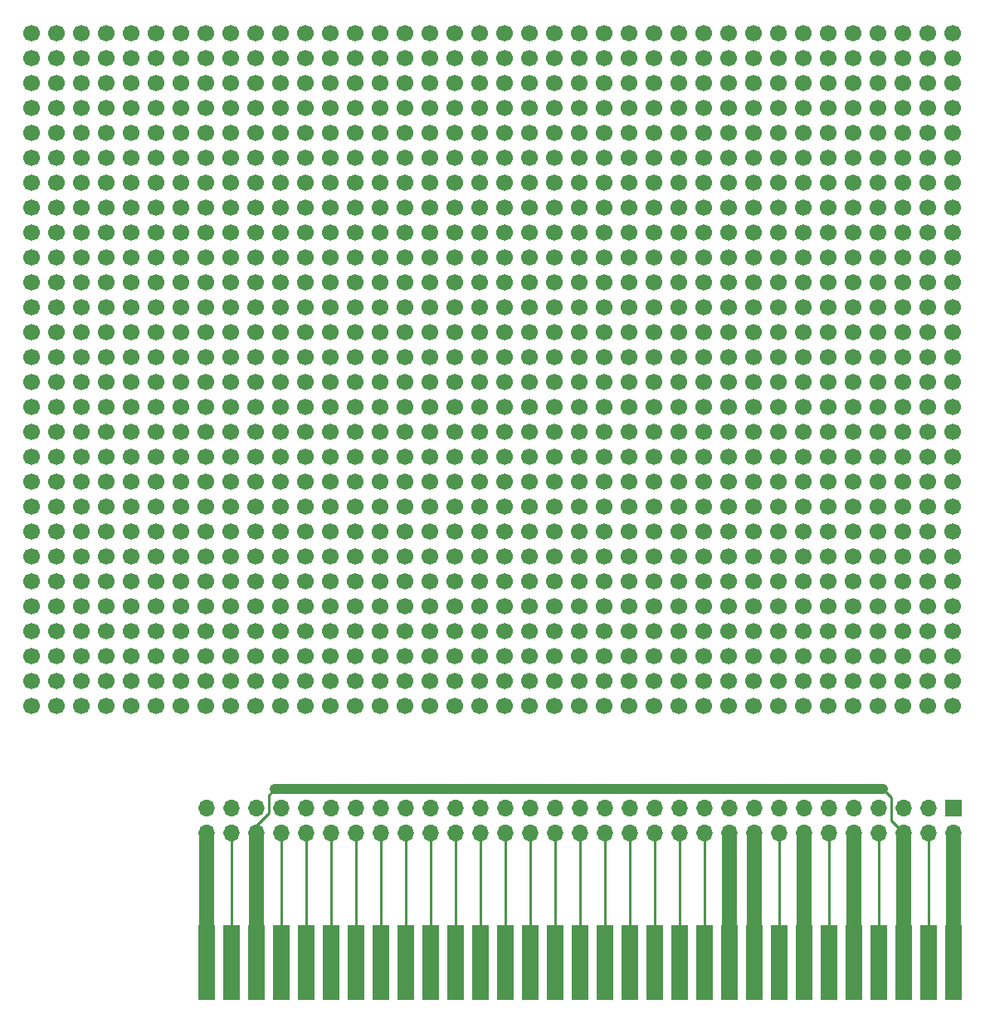
<source format=gbr>
G04 #@! TF.GenerationSoftware,KiCad,Pcbnew,8.0.4*
G04 #@! TF.CreationDate,2025-02-18T09:49:29-03:00*
G04 #@! TF.ProjectId,XT Prototype Board,58542050-726f-4746-9f74-79706520426f,rev?*
G04 #@! TF.SameCoordinates,Original*
G04 #@! TF.FileFunction,Copper,L2,Bot*
G04 #@! TF.FilePolarity,Positive*
%FSLAX46Y46*%
G04 Gerber Fmt 4.6, Leading zero omitted, Abs format (unit mm)*
G04 Created by KiCad (PCBNEW 8.0.4) date 2025-02-18 09:49:29*
%MOMM*%
%LPD*%
G01*
G04 APERTURE LIST*
G04 #@! TA.AperFunction,ConnectorPad*
%ADD10R,1.778000X7.620000*%
G04 #@! TD*
G04 #@! TA.AperFunction,ComponentPad*
%ADD11C,1.700000*%
G04 #@! TD*
G04 #@! TA.AperFunction,ComponentPad*
%ADD12R,1.700000X1.700000*%
G04 #@! TD*
G04 #@! TA.AperFunction,ComponentPad*
%ADD13O,1.700000X1.700000*%
G04 #@! TD*
G04 #@! TA.AperFunction,Conductor*
%ADD14C,1.500000*%
G04 #@! TD*
G04 #@! TA.AperFunction,Conductor*
%ADD15C,0.254000*%
G04 #@! TD*
G04 #@! TA.AperFunction,Conductor*
%ADD16C,1.000000*%
G04 #@! TD*
G04 APERTURE END LIST*
D10*
X153035000Y-135255000D03*
X150495000Y-135255000D03*
X147955000Y-135255000D03*
X145415000Y-135255000D03*
X142875000Y-135255000D03*
X140335000Y-135255000D03*
X137795000Y-135255000D03*
X135255000Y-135255000D03*
X132715000Y-135255000D03*
X130175000Y-135255000D03*
X127635000Y-135255000D03*
X125095000Y-135255000D03*
X122555000Y-135255000D03*
X120015000Y-135255000D03*
X117475000Y-135255000D03*
X114935000Y-135255000D03*
X112395000Y-135255000D03*
X109855000Y-135255000D03*
X107315000Y-135255000D03*
X104775000Y-135255000D03*
X102235000Y-135255000D03*
X99695000Y-135255000D03*
X97155000Y-135255000D03*
X94615000Y-135255000D03*
X92075000Y-135255000D03*
X89535000Y-135255000D03*
X86995000Y-135255000D03*
X84455000Y-135255000D03*
X81915000Y-135255000D03*
X79375000Y-135255000D03*
X76835000Y-135255000D03*
D11*
X59029600Y-40513000D03*
X59029600Y-45593000D03*
X59029600Y-50673000D03*
X59029600Y-55753000D03*
X59029600Y-60833000D03*
X59029600Y-65913000D03*
X59029600Y-70993000D03*
X59029600Y-76073000D03*
X59029600Y-81153000D03*
X59029600Y-86233000D03*
X59029600Y-91313000D03*
X59029600Y-96393000D03*
X59029600Y-101473000D03*
X59029600Y-106553000D03*
X59039974Y-43053000D03*
X59039974Y-48133000D03*
X59039974Y-53213000D03*
X59039974Y-58293000D03*
X59039974Y-63373000D03*
X59039974Y-68453000D03*
X59039974Y-73533000D03*
X59039974Y-78613000D03*
X59039974Y-83693000D03*
X59039974Y-88773000D03*
X59039974Y-93853000D03*
X59039974Y-98933000D03*
X59039974Y-104013000D03*
X59039974Y-109093000D03*
X61569600Y-40513000D03*
X61569600Y-45593000D03*
X61569600Y-50673000D03*
X61569600Y-55753000D03*
X61569600Y-60833000D03*
X61569600Y-65913000D03*
X61569600Y-70993000D03*
X61569600Y-76073000D03*
X61569600Y-81153000D03*
X61569600Y-86233000D03*
X61569600Y-91313000D03*
X61569600Y-96393000D03*
X61569600Y-101473000D03*
X61569600Y-106553000D03*
X61579974Y-43053000D03*
X61579974Y-48133000D03*
X61579974Y-53213000D03*
X61579974Y-58293000D03*
X61579974Y-63373000D03*
X61579974Y-68453000D03*
X61579974Y-73533000D03*
X61579974Y-78613000D03*
X61579974Y-83693000D03*
X61579974Y-88773000D03*
X61579974Y-93853000D03*
X61579974Y-98933000D03*
X61579974Y-104013000D03*
X61579974Y-109093000D03*
X64109600Y-40513000D03*
X64109600Y-45593000D03*
X64109600Y-50673000D03*
X64109600Y-55753000D03*
X64109600Y-60833000D03*
X64109600Y-65913000D03*
X64109600Y-70993000D03*
X64109600Y-76073000D03*
X64109600Y-81153000D03*
X64109600Y-86233000D03*
X64109600Y-91313000D03*
X64109600Y-96393000D03*
X64109600Y-101473000D03*
X64109600Y-106553000D03*
X64119974Y-43053000D03*
X64119974Y-48133000D03*
X64119974Y-53213000D03*
X64119974Y-58293000D03*
X64119974Y-63373000D03*
X64119974Y-68453000D03*
X64119974Y-73533000D03*
X64119974Y-78613000D03*
X64119974Y-83693000D03*
X64119974Y-88773000D03*
X64119974Y-93853000D03*
X64119974Y-98933000D03*
X64119974Y-104013000D03*
X64119974Y-109093000D03*
X66649600Y-40513000D03*
X66649600Y-45593000D03*
X66649600Y-50673000D03*
X66649600Y-55753000D03*
X66649600Y-60833000D03*
X66649600Y-65913000D03*
X66649600Y-70993000D03*
X66649600Y-76073000D03*
X66649600Y-81153000D03*
X66649600Y-86233000D03*
X66649600Y-91313000D03*
X66649600Y-96393000D03*
X66649600Y-101473000D03*
X66649600Y-106553000D03*
X66659974Y-43053000D03*
X66659974Y-48133000D03*
X66659974Y-53213000D03*
X66659974Y-58293000D03*
X66659974Y-63373000D03*
X66659974Y-68453000D03*
X66659974Y-73533000D03*
X66659974Y-78613000D03*
X66659974Y-83693000D03*
X66659974Y-88773000D03*
X66659974Y-93853000D03*
X66659974Y-98933000D03*
X66659974Y-104013000D03*
X66659974Y-109093000D03*
X69189600Y-40513000D03*
X69189600Y-45593000D03*
X69189600Y-50673000D03*
X69189600Y-55753000D03*
X69189600Y-60833000D03*
X69189600Y-65913000D03*
X69189600Y-70993000D03*
X69189600Y-76073000D03*
X69189600Y-81153000D03*
X69189600Y-86233000D03*
X69189600Y-91313000D03*
X69189600Y-96393000D03*
X69189600Y-101473000D03*
X69189600Y-106553000D03*
X69199974Y-43053000D03*
X69199974Y-48133000D03*
X69199974Y-53213000D03*
X69199974Y-58293000D03*
X69199974Y-63373000D03*
X69199974Y-68453000D03*
X69199974Y-73533000D03*
X69199974Y-78613000D03*
X69199974Y-83693000D03*
X69199974Y-88773000D03*
X69199974Y-93853000D03*
X69199974Y-98933000D03*
X69199974Y-104013000D03*
X69199974Y-109093000D03*
X71729600Y-40513000D03*
X71729600Y-45593000D03*
X71729600Y-50673000D03*
X71729600Y-55753000D03*
X71729600Y-60833000D03*
X71729600Y-65913000D03*
X71729600Y-70993000D03*
X71729600Y-76073000D03*
X71729600Y-81153000D03*
X71729600Y-86233000D03*
X71729600Y-91313000D03*
X71729600Y-96393000D03*
X71729600Y-101473000D03*
X71729600Y-106553000D03*
X71739974Y-43053000D03*
X71739974Y-48133000D03*
X71739974Y-53213000D03*
X71739974Y-58293000D03*
X71739974Y-63373000D03*
X71739974Y-68453000D03*
X71739974Y-73533000D03*
X71739974Y-78613000D03*
X71739974Y-83693000D03*
X71739974Y-88773000D03*
X71739974Y-93853000D03*
X71739974Y-98933000D03*
X71739974Y-104013000D03*
X71739974Y-109093000D03*
X74269600Y-40513000D03*
X74269600Y-45593000D03*
X74269600Y-50673000D03*
X74269600Y-55753000D03*
X74269600Y-60833000D03*
X74269600Y-65913000D03*
X74269600Y-70993000D03*
X74269600Y-76073000D03*
X74269600Y-81153000D03*
X74269600Y-86233000D03*
X74269600Y-91313000D03*
X74269600Y-96393000D03*
X74269600Y-101473000D03*
X74269600Y-106553000D03*
X74279974Y-43053000D03*
X74279974Y-48133000D03*
X74279974Y-53213000D03*
X74279974Y-58293000D03*
X74279974Y-63373000D03*
X74279974Y-68453000D03*
X74279974Y-73533000D03*
X74279974Y-78613000D03*
X74279974Y-83693000D03*
X74279974Y-88773000D03*
X74279974Y-93853000D03*
X74279974Y-98933000D03*
X74279974Y-104013000D03*
X74279974Y-109093000D03*
X76809600Y-40513000D03*
X76809600Y-45593000D03*
X76809600Y-50673000D03*
X76809600Y-55753000D03*
X76809600Y-60833000D03*
X76809600Y-65913000D03*
X76809600Y-70993000D03*
X76809600Y-76073000D03*
X76809600Y-81153000D03*
X76809600Y-86233000D03*
X76809600Y-91313000D03*
X76809600Y-96393000D03*
X76809600Y-101473000D03*
X76809600Y-106553000D03*
X76819974Y-43053000D03*
X76819974Y-48133000D03*
X76819974Y-53213000D03*
X76819974Y-58293000D03*
X76819974Y-63373000D03*
X76819974Y-68453000D03*
X76819974Y-73533000D03*
X76819974Y-78613000D03*
X76819974Y-83693000D03*
X76819974Y-88773000D03*
X76819974Y-93853000D03*
X76819974Y-98933000D03*
X76819974Y-104013000D03*
X76819974Y-109093000D03*
X79349600Y-40513000D03*
X79349600Y-45593000D03*
X79349600Y-50673000D03*
X79349600Y-55753000D03*
X79349600Y-60833000D03*
X79349600Y-65913000D03*
X79349600Y-70993000D03*
X79349600Y-76073000D03*
X79349600Y-81153000D03*
X79349600Y-86233000D03*
X79349600Y-91313000D03*
X79349600Y-96393000D03*
X79349600Y-101473000D03*
X79349600Y-106553000D03*
X79359974Y-43053000D03*
X79359974Y-48133000D03*
X79359974Y-53213000D03*
X79359974Y-58293000D03*
X79359974Y-63373000D03*
X79359974Y-68453000D03*
X79359974Y-73533000D03*
X79359974Y-78613000D03*
X79359974Y-83693000D03*
X79359974Y-88773000D03*
X79359974Y-93853000D03*
X79359974Y-98933000D03*
X79359974Y-104013000D03*
X79359974Y-109093000D03*
X81889600Y-40513000D03*
X81889600Y-45593000D03*
X81889600Y-50673000D03*
X81889600Y-55753000D03*
X81889600Y-60833000D03*
X81889600Y-65913000D03*
X81889600Y-70993000D03*
X81889600Y-76073000D03*
X81889600Y-81153000D03*
X81889600Y-86233000D03*
X81889600Y-91313000D03*
X81889600Y-96393000D03*
X81889600Y-101473000D03*
X81889600Y-106553000D03*
X81899974Y-43053000D03*
X81899974Y-48133000D03*
X81899974Y-53213000D03*
X81899974Y-58293000D03*
X81899974Y-63373000D03*
X81899974Y-68453000D03*
X81899974Y-73533000D03*
X81899974Y-78613000D03*
X81899974Y-83693000D03*
X81899974Y-88773000D03*
X81899974Y-93853000D03*
X81899974Y-98933000D03*
X81899974Y-104013000D03*
X81899974Y-109093000D03*
X84429600Y-40513000D03*
X84429600Y-45593000D03*
X84429600Y-50673000D03*
X84429600Y-55753000D03*
X84429600Y-60833000D03*
X84429600Y-65913000D03*
X84429600Y-70993000D03*
X84429600Y-76073000D03*
X84429600Y-81153000D03*
X84429600Y-86233000D03*
X84429600Y-91313000D03*
X84429600Y-96393000D03*
X84429600Y-101473000D03*
X84429600Y-106553000D03*
X84439974Y-43053000D03*
X84439974Y-48133000D03*
X84439974Y-53213000D03*
X84439974Y-58293000D03*
X84439974Y-63373000D03*
X84439974Y-68453000D03*
X84439974Y-73533000D03*
X84439974Y-78613000D03*
X84439974Y-83693000D03*
X84439974Y-88773000D03*
X84439974Y-93853000D03*
X84439974Y-98933000D03*
X84439974Y-104013000D03*
X84439974Y-109093000D03*
X86969600Y-40513000D03*
X86969600Y-45593000D03*
X86969600Y-50673000D03*
X86969600Y-55753000D03*
X86969600Y-60833000D03*
X86969600Y-65913000D03*
X86969600Y-70993000D03*
X86969600Y-76073000D03*
X86969600Y-81153000D03*
X86969600Y-86233000D03*
X86969600Y-91313000D03*
X86969600Y-96393000D03*
X86969600Y-101473000D03*
X86969600Y-106553000D03*
X86979974Y-43053000D03*
X86979974Y-48133000D03*
X86979974Y-53213000D03*
X86979974Y-58293000D03*
X86979974Y-63373000D03*
X86979974Y-68453000D03*
X86979974Y-73533000D03*
X86979974Y-78613000D03*
X86979974Y-83693000D03*
X86979974Y-88773000D03*
X86979974Y-93853000D03*
X86979974Y-98933000D03*
X86979974Y-104013000D03*
X86979974Y-109093000D03*
X89509600Y-40513000D03*
X89509600Y-45593000D03*
X89509600Y-50673000D03*
X89509600Y-55753000D03*
X89509600Y-60833000D03*
X89509600Y-65913000D03*
X89509600Y-70993000D03*
X89509600Y-76073000D03*
X89509600Y-81153000D03*
X89509600Y-86233000D03*
X89509600Y-91313000D03*
X89509600Y-96393000D03*
X89509600Y-101473000D03*
X89509600Y-106553000D03*
X89519974Y-43053000D03*
X89519974Y-48133000D03*
X89519974Y-53213000D03*
X89519974Y-58293000D03*
X89519974Y-63373000D03*
X89519974Y-68453000D03*
X89519974Y-73533000D03*
X89519974Y-78613000D03*
X89519974Y-83693000D03*
X89519974Y-88773000D03*
X89519974Y-93853000D03*
X89519974Y-98933000D03*
X89519974Y-104013000D03*
X89519974Y-109093000D03*
X92049600Y-40513000D03*
X92049600Y-45593000D03*
X92049600Y-50673000D03*
X92049600Y-55753000D03*
X92049600Y-60833000D03*
X92049600Y-65913000D03*
X92049600Y-70993000D03*
X92049600Y-76073000D03*
X92049600Y-81153000D03*
X92049600Y-86233000D03*
X92049600Y-91313000D03*
X92049600Y-96393000D03*
X92049600Y-101473000D03*
X92049600Y-106553000D03*
X92059974Y-43053000D03*
X92059974Y-48133000D03*
X92059974Y-53213000D03*
X92059974Y-58293000D03*
X92059974Y-63373000D03*
X92059974Y-68453000D03*
X92059974Y-73533000D03*
X92059974Y-78613000D03*
X92059974Y-83693000D03*
X92059974Y-88773000D03*
X92059974Y-93853000D03*
X92059974Y-98933000D03*
X92059974Y-104013000D03*
X92059974Y-109093000D03*
X94589600Y-40513000D03*
X94589600Y-45593000D03*
X94589600Y-50673000D03*
X94589600Y-55753000D03*
X94589600Y-60833000D03*
X94589600Y-65913000D03*
X94589600Y-70993000D03*
X94589600Y-76073000D03*
X94589600Y-81153000D03*
X94589600Y-86233000D03*
X94589600Y-91313000D03*
X94589600Y-96393000D03*
X94589600Y-101473000D03*
X94589600Y-106553000D03*
X94599974Y-43053000D03*
X94599974Y-48133000D03*
X94599974Y-53213000D03*
X94599974Y-58293000D03*
X94599974Y-63373000D03*
X94599974Y-68453000D03*
X94599974Y-73533000D03*
X94599974Y-78613000D03*
X94599974Y-83693000D03*
X94599974Y-88773000D03*
X94599974Y-93853000D03*
X94599974Y-98933000D03*
X94599974Y-104013000D03*
X94599974Y-109093000D03*
X97129600Y-40513000D03*
X97129600Y-45593000D03*
X97129600Y-50673000D03*
X97129600Y-55753000D03*
X97129600Y-60833000D03*
X97129600Y-65913000D03*
X97129600Y-70993000D03*
X97129600Y-76073000D03*
X97129600Y-81153000D03*
X97129600Y-86233000D03*
X97129600Y-91313000D03*
X97129600Y-96393000D03*
X97129600Y-101473000D03*
X97129600Y-106553000D03*
X97139974Y-43053000D03*
X97139974Y-48133000D03*
X97139974Y-53213000D03*
X97139974Y-58293000D03*
X97139974Y-63373000D03*
X97139974Y-68453000D03*
X97139974Y-73533000D03*
X97139974Y-78613000D03*
X97139974Y-83693000D03*
X97139974Y-88773000D03*
X97139974Y-93853000D03*
X97139974Y-98933000D03*
X97139974Y-104013000D03*
X97139974Y-109093000D03*
X99669600Y-40513000D03*
X99669600Y-45593000D03*
X99669600Y-50673000D03*
X99669600Y-55753000D03*
X99669600Y-60833000D03*
X99669600Y-65913000D03*
X99669600Y-70993000D03*
X99669600Y-76073000D03*
X99669600Y-81153000D03*
X99669600Y-86233000D03*
X99669600Y-91313000D03*
X99669600Y-96393000D03*
X99669600Y-101473000D03*
X99669600Y-106553000D03*
X99679974Y-43053000D03*
X99679974Y-48133000D03*
X99679974Y-53213000D03*
X99679974Y-58293000D03*
X99679974Y-63373000D03*
X99679974Y-68453000D03*
X99679974Y-73533000D03*
X99679974Y-78613000D03*
X99679974Y-83693000D03*
X99679974Y-88773000D03*
X99679974Y-93853000D03*
X99679974Y-98933000D03*
X99679974Y-104013000D03*
X99679974Y-109093000D03*
X102209600Y-40513000D03*
X102209600Y-45593000D03*
X102209600Y-50673000D03*
X102209600Y-55753000D03*
X102209600Y-60833000D03*
X102209600Y-65913000D03*
X102209600Y-70993000D03*
X102209600Y-76073000D03*
X102209600Y-81153000D03*
X102209600Y-86233000D03*
X102209600Y-91313000D03*
X102209600Y-96393000D03*
X102209600Y-101473000D03*
X102209600Y-106553000D03*
X102219974Y-43053000D03*
X102219974Y-48133000D03*
X102219974Y-53213000D03*
X102219974Y-58293000D03*
X102219974Y-63373000D03*
X102219974Y-68453000D03*
X102219974Y-73533000D03*
X102219974Y-78613000D03*
X102219974Y-83693000D03*
X102219974Y-88773000D03*
X102219974Y-93853000D03*
X102219974Y-98933000D03*
X102219974Y-104013000D03*
X102219974Y-109093000D03*
X104749600Y-40513000D03*
X104749600Y-45593000D03*
X104749600Y-50673000D03*
X104749600Y-55753000D03*
X104749600Y-60833000D03*
X104749600Y-65913000D03*
X104749600Y-70993000D03*
X104749600Y-76073000D03*
X104749600Y-81153000D03*
X104749600Y-86233000D03*
X104749600Y-91313000D03*
X104749600Y-96393000D03*
X104749600Y-101473000D03*
X104749600Y-106553000D03*
X104759974Y-43053000D03*
X104759974Y-48133000D03*
X104759974Y-53213000D03*
X104759974Y-58293000D03*
X104759974Y-63373000D03*
X104759974Y-68453000D03*
X104759974Y-73533000D03*
X104759974Y-78613000D03*
X104759974Y-83693000D03*
X104759974Y-88773000D03*
X104759974Y-93853000D03*
X104759974Y-98933000D03*
X104759974Y-104013000D03*
X104759974Y-109093000D03*
X107289600Y-40513000D03*
X107289600Y-45593000D03*
X107289600Y-50673000D03*
X107289600Y-55753000D03*
X107289600Y-60833000D03*
X107289600Y-65913000D03*
X107289600Y-70993000D03*
X107289600Y-76073000D03*
X107289600Y-81153000D03*
X107289600Y-86233000D03*
X107289600Y-91313000D03*
X107289600Y-96393000D03*
X107289600Y-101473000D03*
X107289600Y-106553000D03*
X107299974Y-43053000D03*
X107299974Y-48133000D03*
X107299974Y-53213000D03*
X107299974Y-58293000D03*
X107299974Y-63373000D03*
X107299974Y-68453000D03*
X107299974Y-73533000D03*
X107299974Y-78613000D03*
X107299974Y-83693000D03*
X107299974Y-88773000D03*
X107299974Y-93853000D03*
X107299974Y-98933000D03*
X107299974Y-104013000D03*
X107299974Y-109093000D03*
X109829600Y-40513000D03*
X109829600Y-45593000D03*
X109829600Y-50673000D03*
X109829600Y-55753000D03*
X109829600Y-60833000D03*
X109829600Y-65913000D03*
X109829600Y-70993000D03*
X109829600Y-76073000D03*
X109829600Y-81153000D03*
X109829600Y-86233000D03*
X109829600Y-91313000D03*
X109829600Y-96393000D03*
X109829600Y-101473000D03*
X109829600Y-106553000D03*
X109839974Y-43053000D03*
X109839974Y-48133000D03*
X109839974Y-53213000D03*
X109839974Y-58293000D03*
X109839974Y-63373000D03*
X109839974Y-68453000D03*
X109839974Y-73533000D03*
X109839974Y-78613000D03*
X109839974Y-83693000D03*
X109839974Y-88773000D03*
X109839974Y-93853000D03*
X109839974Y-98933000D03*
X109839974Y-104013000D03*
X109839974Y-109093000D03*
X112369600Y-40513000D03*
X112369600Y-45593000D03*
X112369600Y-50673000D03*
X112369600Y-55753000D03*
X112369600Y-60833000D03*
X112369600Y-65913000D03*
X112369600Y-70993000D03*
X112369600Y-76073000D03*
X112369600Y-81153000D03*
X112369600Y-86233000D03*
X112369600Y-91313000D03*
X112369600Y-96393000D03*
X112369600Y-101473000D03*
X112369600Y-106553000D03*
X112379974Y-43053000D03*
X112379974Y-48133000D03*
X112379974Y-53213000D03*
X112379974Y-58293000D03*
X112379974Y-63373000D03*
X112379974Y-68453000D03*
X112379974Y-73533000D03*
X112379974Y-78613000D03*
X112379974Y-83693000D03*
X112379974Y-88773000D03*
X112379974Y-93853000D03*
X112379974Y-98933000D03*
X112379974Y-104013000D03*
X112379974Y-109093000D03*
X114909600Y-40513000D03*
X114909600Y-45593000D03*
X114909600Y-50673000D03*
X114909600Y-55753000D03*
X114909600Y-60833000D03*
X114909600Y-65913000D03*
X114909600Y-70993000D03*
X114909600Y-76073000D03*
X114909600Y-81153000D03*
X114909600Y-86233000D03*
X114909600Y-91313000D03*
X114909600Y-96393000D03*
X114909600Y-101473000D03*
X114909600Y-106553000D03*
X114919974Y-43053000D03*
X114919974Y-48133000D03*
X114919974Y-53213000D03*
X114919974Y-58293000D03*
X114919974Y-63373000D03*
X114919974Y-68453000D03*
X114919974Y-73533000D03*
X114919974Y-78613000D03*
X114919974Y-83693000D03*
X114919974Y-88773000D03*
X114919974Y-93853000D03*
X114919974Y-98933000D03*
X114919974Y-104013000D03*
X114919974Y-109093000D03*
X117449600Y-40513000D03*
X117449600Y-45593000D03*
X117449600Y-50673000D03*
X117449600Y-55753000D03*
X117449600Y-60833000D03*
X117449600Y-65913000D03*
X117449600Y-70993000D03*
X117449600Y-76073000D03*
X117449600Y-81153000D03*
X117449600Y-86233000D03*
X117449600Y-91313000D03*
X117449600Y-96393000D03*
X117449600Y-101473000D03*
X117449600Y-106553000D03*
X117459974Y-43053000D03*
X117459974Y-48133000D03*
X117459974Y-53213000D03*
X117459974Y-58293000D03*
X117459974Y-63373000D03*
X117459974Y-68453000D03*
X117459974Y-73533000D03*
X117459974Y-78613000D03*
X117459974Y-83693000D03*
X117459974Y-88773000D03*
X117459974Y-93853000D03*
X117459974Y-98933000D03*
X117459974Y-104013000D03*
X117459974Y-109093000D03*
X119989600Y-40513000D03*
X119989600Y-45593000D03*
X119989600Y-50673000D03*
X119989600Y-55753000D03*
X119989600Y-60833000D03*
X119989600Y-65913000D03*
X119989600Y-70993000D03*
X119989600Y-76073000D03*
X119989600Y-81153000D03*
X119989600Y-86233000D03*
X119989600Y-91313000D03*
X119989600Y-96393000D03*
X119989600Y-101473000D03*
X119989600Y-106553000D03*
X119999974Y-43053000D03*
X119999974Y-48133000D03*
X119999974Y-53213000D03*
X119999974Y-58293000D03*
X119999974Y-63373000D03*
X119999974Y-68453000D03*
X119999974Y-73533000D03*
X119999974Y-78613000D03*
X119999974Y-83693000D03*
X119999974Y-88773000D03*
X119999974Y-93853000D03*
X119999974Y-98933000D03*
X119999974Y-104013000D03*
X119999974Y-109093000D03*
X122529600Y-40513000D03*
X122529600Y-45593000D03*
X122529600Y-50673000D03*
X122529600Y-55753000D03*
X122529600Y-60833000D03*
X122529600Y-65913000D03*
X122529600Y-70993000D03*
X122529600Y-76073000D03*
X122529600Y-81153000D03*
X122529600Y-86233000D03*
X122529600Y-91313000D03*
X122529600Y-96393000D03*
X122529600Y-101473000D03*
X122529600Y-106553000D03*
X122539974Y-43053000D03*
X122539974Y-48133000D03*
X122539974Y-53213000D03*
X122539974Y-58293000D03*
X122539974Y-63373000D03*
X122539974Y-68453000D03*
X122539974Y-73533000D03*
X122539974Y-78613000D03*
X122539974Y-83693000D03*
X122539974Y-88773000D03*
X122539974Y-93853000D03*
X122539974Y-98933000D03*
X122539974Y-104013000D03*
X122539974Y-109093000D03*
X125069600Y-40513000D03*
X125069600Y-45593000D03*
X125069600Y-50673000D03*
X125069600Y-55753000D03*
X125069600Y-60833000D03*
X125069600Y-65913000D03*
X125069600Y-70993000D03*
X125069600Y-76073000D03*
X125069600Y-81153000D03*
X125069600Y-86233000D03*
X125069600Y-91313000D03*
X125069600Y-96393000D03*
X125069600Y-101473000D03*
X125069600Y-106553000D03*
X125079974Y-43053000D03*
X125079974Y-48133000D03*
X125079974Y-53213000D03*
X125079974Y-58293000D03*
X125079974Y-63373000D03*
X125079974Y-68453000D03*
X125079974Y-73533000D03*
X125079974Y-78613000D03*
X125079974Y-83693000D03*
X125079974Y-88773000D03*
X125079974Y-93853000D03*
X125079974Y-98933000D03*
X125079974Y-104013000D03*
X125079974Y-109093000D03*
X127609600Y-40513000D03*
X127609600Y-45593000D03*
X127609600Y-50673000D03*
X127609600Y-55753000D03*
X127609600Y-60833000D03*
X127609600Y-65913000D03*
X127609600Y-70993000D03*
X127609600Y-76073000D03*
X127609600Y-81153000D03*
X127609600Y-86233000D03*
X127609600Y-91313000D03*
X127609600Y-96393000D03*
X127609600Y-101473000D03*
X127609600Y-106553000D03*
X127619974Y-43053000D03*
X127619974Y-48133000D03*
X127619974Y-53213000D03*
X127619974Y-58293000D03*
X127619974Y-63373000D03*
X127619974Y-68453000D03*
X127619974Y-73533000D03*
X127619974Y-78613000D03*
X127619974Y-83693000D03*
X127619974Y-88773000D03*
X127619974Y-93853000D03*
X127619974Y-98933000D03*
X127619974Y-104013000D03*
X127619974Y-109093000D03*
X130149600Y-40513000D03*
X130149600Y-45593000D03*
X130149600Y-50673000D03*
X130149600Y-55753000D03*
X130149600Y-60833000D03*
X130149600Y-65913000D03*
X130149600Y-70993000D03*
X130149600Y-76073000D03*
X130149600Y-81153000D03*
X130149600Y-86233000D03*
X130149600Y-91313000D03*
X130149600Y-96393000D03*
X130149600Y-101473000D03*
X130149600Y-106553000D03*
X130159974Y-43053000D03*
X130159974Y-48133000D03*
X130159974Y-53213000D03*
X130159974Y-58293000D03*
X130159974Y-63373000D03*
X130159974Y-68453000D03*
X130159974Y-73533000D03*
X130159974Y-78613000D03*
X130159974Y-83693000D03*
X130159974Y-88773000D03*
X130159974Y-93853000D03*
X130159974Y-98933000D03*
X130159974Y-104013000D03*
X130159974Y-109093000D03*
X132689600Y-40513000D03*
X132689600Y-45593000D03*
X132689600Y-50673000D03*
X132689600Y-55753000D03*
X132689600Y-60833000D03*
X132689600Y-65913000D03*
X132689600Y-70993000D03*
X132689600Y-76073000D03*
X132689600Y-81153000D03*
X132689600Y-86233000D03*
X132689600Y-91313000D03*
X132689600Y-96393000D03*
X132689600Y-101473000D03*
X132689600Y-106553000D03*
X132699974Y-43053000D03*
X132699974Y-48133000D03*
X132699974Y-53213000D03*
X132699974Y-58293000D03*
X132699974Y-63373000D03*
X132699974Y-68453000D03*
X132699974Y-73533000D03*
X132699974Y-78613000D03*
X132699974Y-83693000D03*
X132699974Y-88773000D03*
X132699974Y-93853000D03*
X132699974Y-98933000D03*
X132699974Y-104013000D03*
X132699974Y-109093000D03*
X135229600Y-40513000D03*
X135229600Y-45593000D03*
X135229600Y-50673000D03*
X135229600Y-55753000D03*
X135229600Y-60833000D03*
X135229600Y-65913000D03*
X135229600Y-70993000D03*
X135229600Y-76073000D03*
X135229600Y-81153000D03*
X135229600Y-86233000D03*
X135229600Y-91313000D03*
X135229600Y-96393000D03*
X135229600Y-101473000D03*
X135229600Y-106553000D03*
X135239974Y-43053000D03*
X135239974Y-48133000D03*
X135239974Y-53213000D03*
X135239974Y-58293000D03*
X135239974Y-63373000D03*
X135239974Y-68453000D03*
X135239974Y-73533000D03*
X135239974Y-78613000D03*
X135239974Y-83693000D03*
X135239974Y-88773000D03*
X135239974Y-93853000D03*
X135239974Y-98933000D03*
X135239974Y-104013000D03*
X135239974Y-109093000D03*
X137769600Y-40513000D03*
X137769600Y-45593000D03*
X137769600Y-50673000D03*
X137769600Y-55753000D03*
X137769600Y-60833000D03*
X137769600Y-65913000D03*
X137769600Y-70993000D03*
X137769600Y-76073000D03*
X137769600Y-81153000D03*
X137769600Y-86233000D03*
X137769600Y-91313000D03*
X137769600Y-96393000D03*
X137769600Y-101473000D03*
X137769600Y-106553000D03*
X137779974Y-43053000D03*
X137779974Y-48133000D03*
X137779974Y-53213000D03*
X137779974Y-58293000D03*
X137779974Y-63373000D03*
X137779974Y-68453000D03*
X137779974Y-73533000D03*
X137779974Y-78613000D03*
X137779974Y-83693000D03*
X137779974Y-88773000D03*
X137779974Y-93853000D03*
X137779974Y-98933000D03*
X137779974Y-104013000D03*
X137779974Y-109093000D03*
X140309600Y-40513000D03*
X140309600Y-45593000D03*
X140309600Y-50673000D03*
X140309600Y-55753000D03*
X140309600Y-60833000D03*
X140309600Y-65913000D03*
X140309600Y-70993000D03*
X140309600Y-76073000D03*
X140309600Y-81153000D03*
X140309600Y-86233000D03*
X140309600Y-91313000D03*
X140309600Y-96393000D03*
X140309600Y-101473000D03*
X140309600Y-106553000D03*
X140319974Y-43053000D03*
X140319974Y-48133000D03*
X140319974Y-53213000D03*
X140319974Y-58293000D03*
X140319974Y-63373000D03*
X140319974Y-68453000D03*
X140319974Y-73533000D03*
X140319974Y-78613000D03*
X140319974Y-83693000D03*
X140319974Y-88773000D03*
X140319974Y-93853000D03*
X140319974Y-98933000D03*
X140319974Y-104013000D03*
X140319974Y-109093000D03*
X142849600Y-40513000D03*
X142849600Y-45593000D03*
X142849600Y-50673000D03*
X142849600Y-55753000D03*
X142849600Y-60833000D03*
X142849600Y-65913000D03*
X142849600Y-70993000D03*
X142849600Y-76073000D03*
X142849600Y-81153000D03*
X142849600Y-86233000D03*
X142849600Y-91313000D03*
X142849600Y-96393000D03*
X142849600Y-101473000D03*
X142849600Y-106553000D03*
X142859974Y-43053000D03*
X142859974Y-48133000D03*
X142859974Y-53213000D03*
X142859974Y-58293000D03*
X142859974Y-63373000D03*
X142859974Y-68453000D03*
X142859974Y-73533000D03*
X142859974Y-78613000D03*
X142859974Y-83693000D03*
X142859974Y-88773000D03*
X142859974Y-93853000D03*
X142859974Y-98933000D03*
X142859974Y-104013000D03*
X142859974Y-109093000D03*
X145389600Y-40513000D03*
X145389600Y-45593000D03*
X145389600Y-50673000D03*
X145389600Y-55753000D03*
X145389600Y-60833000D03*
X145389600Y-65913000D03*
X145389600Y-70993000D03*
X145389600Y-76073000D03*
X145389600Y-81153000D03*
X145389600Y-86233000D03*
X145389600Y-91313000D03*
X145389600Y-96393000D03*
X145389600Y-101473000D03*
X145389600Y-106553000D03*
X145399974Y-43053000D03*
X145399974Y-48133000D03*
X145399974Y-53213000D03*
X145399974Y-58293000D03*
X145399974Y-63373000D03*
X145399974Y-68453000D03*
X145399974Y-73533000D03*
X145399974Y-78613000D03*
X145399974Y-83693000D03*
X145399974Y-88773000D03*
X145399974Y-93853000D03*
X145399974Y-98933000D03*
X145399974Y-104013000D03*
X145399974Y-109093000D03*
X147929600Y-40513000D03*
X147929600Y-45593000D03*
X147929600Y-50673000D03*
X147929600Y-55753000D03*
X147929600Y-60833000D03*
X147929600Y-65913000D03*
X147929600Y-70993000D03*
X147929600Y-76073000D03*
X147929600Y-81153000D03*
X147929600Y-86233000D03*
X147929600Y-91313000D03*
X147929600Y-96393000D03*
X147929600Y-101473000D03*
X147929600Y-106553000D03*
X147939974Y-43053000D03*
X147939974Y-48133000D03*
X147939974Y-53213000D03*
X147939974Y-58293000D03*
X147939974Y-63373000D03*
X147939974Y-68453000D03*
X147939974Y-73533000D03*
X147939974Y-78613000D03*
X147939974Y-83693000D03*
X147939974Y-88773000D03*
X147939974Y-93853000D03*
X147939974Y-98933000D03*
X147939974Y-104013000D03*
X147939974Y-109093000D03*
X150469600Y-40513000D03*
X150469600Y-45593000D03*
X150469600Y-50673000D03*
X150469600Y-55753000D03*
X150469600Y-60833000D03*
X150469600Y-65913000D03*
X150469600Y-70993000D03*
X150469600Y-76073000D03*
X150469600Y-81153000D03*
X150469600Y-86233000D03*
X150469600Y-91313000D03*
X150469600Y-96393000D03*
X150469600Y-101473000D03*
X150469600Y-106553000D03*
X150479974Y-43053000D03*
X150479974Y-48133000D03*
X150479974Y-53213000D03*
X150479974Y-58293000D03*
X150479974Y-63373000D03*
X150479974Y-68453000D03*
X150479974Y-73533000D03*
X150479974Y-78613000D03*
X150479974Y-83693000D03*
X150479974Y-88773000D03*
X150479974Y-93853000D03*
X150479974Y-98933000D03*
X150479974Y-104013000D03*
X150479974Y-109093000D03*
X153009600Y-40513000D03*
X153009600Y-45593000D03*
X153009600Y-50673000D03*
X153009600Y-55753000D03*
X153009600Y-60833000D03*
X153009600Y-65913000D03*
X153009600Y-70993000D03*
X153009600Y-76073000D03*
X153009600Y-81153000D03*
X153009600Y-86233000D03*
X153009600Y-91313000D03*
X153009600Y-96393000D03*
X153009600Y-101473000D03*
X153009600Y-106553000D03*
X153019974Y-43053000D03*
X153019974Y-48133000D03*
X153019974Y-53213000D03*
X153019974Y-58293000D03*
X153019974Y-63373000D03*
X153019974Y-68453000D03*
X153019974Y-73533000D03*
X153019974Y-78613000D03*
X153019974Y-83693000D03*
X153019974Y-88773000D03*
X153019974Y-93853000D03*
X153019974Y-98933000D03*
X153019974Y-104013000D03*
X153019974Y-109093000D03*
D12*
X153035000Y-119507000D03*
D13*
X153035000Y-122047000D03*
X150495000Y-119507000D03*
X150495000Y-122047000D03*
X147955000Y-119507000D03*
X147955000Y-122047000D03*
X145415000Y-119507000D03*
X145415000Y-122047000D03*
X142875000Y-119507000D03*
X142875000Y-122047000D03*
X140335000Y-119507000D03*
X140335000Y-122047000D03*
X137795000Y-119507000D03*
X137795000Y-122047000D03*
X135255000Y-119507000D03*
X135255000Y-122047000D03*
X132715000Y-119507000D03*
X132715000Y-122047000D03*
X130175000Y-119507000D03*
X130175000Y-122047000D03*
X127635000Y-119507000D03*
X127635000Y-122047000D03*
X125095000Y-119507000D03*
X125095000Y-122047000D03*
X122555000Y-119507000D03*
X122555000Y-122047000D03*
X120015000Y-119507000D03*
X120015000Y-122047000D03*
X117475000Y-119507000D03*
X117475000Y-122047000D03*
X114935000Y-119507000D03*
X114935000Y-122047000D03*
X112395000Y-119507000D03*
X112395000Y-122047000D03*
X109855000Y-119507000D03*
X109855000Y-122047000D03*
X107315000Y-119507000D03*
X107315000Y-122047000D03*
X104775000Y-119507000D03*
X104775000Y-122047000D03*
X102235000Y-119507000D03*
X102235000Y-122047000D03*
X99695000Y-119507000D03*
X99695000Y-122047000D03*
X97155000Y-119507000D03*
X97155000Y-122047000D03*
X94615000Y-119507000D03*
X94615000Y-122047000D03*
X92075000Y-119507000D03*
X92075000Y-122047000D03*
X89535000Y-119507000D03*
X89535000Y-122047000D03*
X86995000Y-119507000D03*
X86995000Y-122047000D03*
X84455000Y-119507000D03*
X84455000Y-122047000D03*
X81915000Y-119507000D03*
X81915000Y-122047000D03*
X79375000Y-119507000D03*
X79375000Y-122047000D03*
X76835000Y-119507000D03*
X76835000Y-122047000D03*
D14*
X153035000Y-122047000D02*
X153035000Y-135255000D01*
X130175000Y-122047000D02*
X130175000Y-135255000D01*
X76835000Y-122047000D02*
X76835000Y-135255000D01*
D15*
X79375000Y-122047000D02*
X79375000Y-135255000D01*
X83185000Y-118237000D02*
X83820000Y-117602000D01*
D16*
X83820000Y-117602000D02*
X145883922Y-117602000D01*
D15*
X83185000Y-120058882D02*
X83185000Y-118237000D01*
X146685000Y-120777000D02*
X147105001Y-121197001D01*
X145883922Y-117602000D02*
X146685000Y-118403078D01*
D14*
X81915000Y-122047000D02*
X81915000Y-135255000D01*
D15*
X81915000Y-121328882D02*
X83185000Y-120058882D01*
D14*
X147955000Y-122047000D02*
X147955000Y-135255000D01*
D15*
X147105001Y-121197001D02*
X147955000Y-122047000D01*
X81915000Y-122047000D02*
X81915000Y-121328882D01*
X146685000Y-118403078D02*
X146685000Y-120777000D01*
X84455000Y-122047000D02*
X84455000Y-135255000D01*
X86995000Y-122047000D02*
X86995000Y-135255000D01*
X89535000Y-122047000D02*
X89535000Y-135255000D01*
X92075000Y-122047000D02*
X92075000Y-135255000D01*
X94615000Y-122047000D02*
X94615000Y-135255000D01*
X97155000Y-122047000D02*
X97155000Y-135255000D01*
X99695000Y-122047000D02*
X99695000Y-135255000D01*
X102235000Y-122047000D02*
X102235000Y-135255000D01*
X104775000Y-122047000D02*
X104775000Y-135255000D01*
X107315000Y-122047000D02*
X107315000Y-135255000D01*
X109855000Y-122047000D02*
X109855000Y-135255000D01*
X112395000Y-122047000D02*
X112395000Y-135255000D01*
X114935000Y-122047000D02*
X114935000Y-135255000D01*
X117475000Y-122047000D02*
X117475000Y-135255000D01*
X120015000Y-122047000D02*
X120015000Y-135255000D01*
X122555000Y-122047000D02*
X122555000Y-135255000D01*
X125095000Y-122047000D02*
X125095000Y-135255000D01*
X127635000Y-122047000D02*
X127635000Y-135255000D01*
D14*
X132715000Y-122047000D02*
X132715000Y-135255000D01*
D15*
X135255000Y-122047000D02*
X135255000Y-135255000D01*
D14*
X137795000Y-122047000D02*
X137795000Y-135255000D01*
D15*
X140335000Y-122047000D02*
X140335000Y-135255000D01*
D14*
X142875000Y-122047000D02*
X142875000Y-135255000D01*
D15*
X145415000Y-122047000D02*
X145415000Y-135255000D01*
X150495000Y-122047000D02*
X150495000Y-135255000D01*
M02*

</source>
